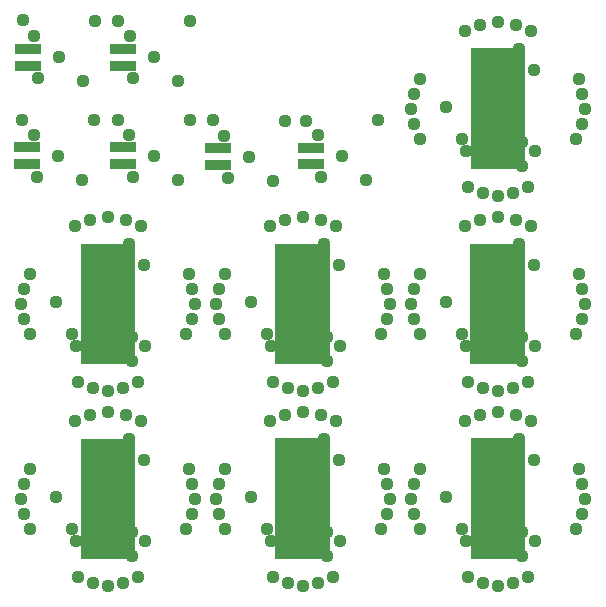
<source format=gbs>
G04 ================== begin FILE IDENTIFICATION RECORD ==================*
G04 Layout Name:  C:/Users/D/Documents/github/Disceep/allegro/disceep.brd*
G04 Film Name:    DisceepBOTTOMSolder*
G04 File Format:  Gerber RS274X*
G04 File Origin:  Cadence Allegro 16.6-P004*
G04 Origin Date:  Thu Jan 15 23:06:35 2015*
G04 *
G04 Layer:  VIA CLASS/SOLDERMASK_BOTTOM*
G04 Layer:  PIN/SOLDERMASK_BOTTOM*
G04 Layer:  PACKAGE GEOMETRY/SOLDERMASK_BOTTOM*
G04 Layer:  BOARD GEOMETRY/SOLDERMASK_BOTTOM*
G04 *
G04 Offset:    (0.00 0.00)*
G04 Mirror:    No*
G04 Mode:      Positive*
G04 Rotation:  0*
G04 FullContactRelief:  No*
G04 UndefLineWidth:     6.00*
G04 ================== end FILE IDENTIFICATION RECORD ====================*
%FSLAX25Y25*MOIN*%
%IR0*IPPOS*OFA0.00000B0.00000*MIA0B0*SFA1.00000B1.00000*%
%ADD10C,.044*%
%ADD11R,.086X.035*%
G75*
%LPD*%
G75*
G36*
G01X24100Y53100D02*
Y13100D01*
X41900D01*
Y53100D01*
X24100D01*
G37*
G36*
G01X23900Y118100D02*
Y78100D01*
X41900D01*
Y118100D01*
X23900D01*
G37*
G36*
G01X88800Y53200D02*
Y12900D01*
X107000D01*
Y53200D01*
X88800D01*
G37*
G36*
G01Y118100D02*
Y78000D01*
X107100D01*
Y118100D01*
X88800D01*
G37*
G36*
G01X153900Y53200D02*
Y13100D01*
X172100D01*
Y53200D01*
X153900D01*
G37*
G36*
G01X153700Y118100D02*
Y78000D01*
X172100D01*
Y118100D01*
X153700D01*
G37*
G36*
G01X153900Y183200D02*
Y143000D01*
X172100D01*
Y183200D01*
X153900D01*
G37*
G54D10*
X7000Y23000D03*
X5000Y28000D03*
X4000Y33000D03*
X15700Y33700D03*
X7000Y43000D03*
X5000Y38000D03*
X7000Y88000D03*
X5000Y93000D03*
X4000Y98000D03*
X7000Y108000D03*
X5000Y103000D03*
X15700Y98700D03*
X16400Y147400D03*
X9400Y140400D03*
X8200Y154400D03*
X4400Y159400D03*
X9500Y173200D03*
X4500Y192500D03*
X16500Y180200D03*
X8300Y187200D03*
X23000Y7000D03*
X28000Y5000D03*
X33000Y4000D03*
X32000Y24000D03*
X22300Y19000D03*
X21000Y23000D03*
X26000Y51000D03*
X33000Y69000D03*
X28000Y70000D03*
X23000Y72000D03*
X22000Y59000D03*
X27000Y61000D03*
X33000Y62000D03*
X22300Y84000D03*
X32000Y89000D03*
X21000Y88000D03*
X26000Y116000D03*
X33000Y127000D03*
X22000Y124000D03*
X27000Y126000D03*
X24400Y139400D03*
X36300Y159200D03*
X24500Y172200D03*
X28400Y159400D03*
X36400Y192400D03*
X28500Y192200D03*
X41000Y14000D03*
X43000Y7000D03*
X38000Y5000D03*
X41000Y22000D03*
X45396Y19000D03*
X40000Y53000D03*
X45000Y46000D03*
X38000Y70000D03*
X43000Y72000D03*
X44000Y59000D03*
X39000Y61000D03*
X41000Y79000D03*
Y87000D03*
X45396Y84000D03*
X45000Y111000D03*
X40000Y118000D03*
X39000Y126000D03*
X44000Y124000D03*
X48300Y147400D03*
X56300Y139400D03*
X41300Y140400D03*
X40100Y154400D03*
X41400Y173200D03*
X56400Y172200D03*
X48400Y180200D03*
X40200Y187200D03*
X59000Y23000D03*
X61000Y28000D03*
X62000Y33000D03*
X69000D03*
X72000Y23000D03*
X70000Y28000D03*
X60000Y43000D03*
X61000Y38000D03*
X72000Y43000D03*
X70000Y38000D03*
X72000Y88000D03*
X70000Y93000D03*
X61000D03*
X59000Y88000D03*
X69000Y98000D03*
X72000Y108000D03*
X70000Y103000D03*
X62000Y98000D03*
X61000Y103000D03*
X60000Y108000D03*
X72900Y140100D03*
X71700Y154100D03*
X67900Y159400D03*
X60300D03*
X60400Y192200D03*
X93000Y5000D03*
X88000Y7000D03*
X87300Y19000D03*
X97000Y24000D03*
X80700Y33700D03*
X86000Y23000D03*
X91000Y51000D03*
X93000Y70000D03*
X88000Y72000D03*
X87000Y59000D03*
X92000Y61000D03*
X87300Y84000D03*
X97000Y89000D03*
X86000Y88000D03*
X91000Y116000D03*
X80700Y98700D03*
X87000Y124000D03*
X92000Y126000D03*
X79900Y147100D03*
X87900Y139100D03*
X91900Y159100D03*
X106000Y14000D03*
X98000Y4000D03*
X103000Y5000D03*
X108000Y7000D03*
X106000Y22000D03*
X110396Y19000D03*
X105000Y53000D03*
X110000Y46000D03*
X98000Y69000D03*
X103000Y70000D03*
X108000Y72000D03*
X98000Y62000D03*
X104000Y61000D03*
X109000Y59000D03*
X106000Y79000D03*
Y87000D03*
X110396Y84000D03*
X110000Y111000D03*
X105000Y118000D03*
X109000Y124000D03*
X98000Y127000D03*
X104000Y126000D03*
X111100Y147300D03*
X104100Y140300D03*
X102900Y154300D03*
X99100Y159100D03*
X134000Y33000D03*
X137000Y23000D03*
X135000Y28000D03*
X126000D03*
X124000Y23000D03*
X127000Y33000D03*
X137000Y43000D03*
X135000Y38000D03*
X126000D03*
X125000Y43000D03*
X137000Y88000D03*
X135000Y93000D03*
X126000D03*
X124000Y88000D03*
X134000Y98000D03*
X137000Y108000D03*
X135000Y103000D03*
X127000Y98000D03*
X126000Y103000D03*
X125000Y108000D03*
X119100Y139300D03*
X137000Y153000D03*
X135000Y168000D03*
X137000Y173000D03*
X135000Y158000D03*
X134000Y163000D03*
X123100Y159300D03*
X153000Y7000D03*
X152300Y19000D03*
X151000Y23000D03*
X145700Y33700D03*
X156000Y51000D03*
X153000Y72000D03*
X152000Y59000D03*
X157000Y61000D03*
X152300Y84000D03*
X151000Y88000D03*
X156000Y116000D03*
X145700Y98700D03*
X152000Y124000D03*
X157000Y126000D03*
X153000Y137000D03*
X152300Y149000D03*
X151000Y153000D03*
X145700Y163700D03*
X156000Y181000D03*
X157000Y191000D03*
X152000Y189000D03*
X171000Y14000D03*
X163000Y4000D03*
X158000Y5000D03*
X168000D03*
X173000Y7000D03*
X162000Y24000D03*
X171000Y22000D03*
X175396Y19000D03*
X170000Y53000D03*
X175000Y46000D03*
X163000Y69000D03*
X158000Y70000D03*
X168000D03*
X173000Y72000D03*
X163000Y62000D03*
X169000Y61000D03*
X174000Y59000D03*
X162000Y89000D03*
X171000Y79000D03*
Y87000D03*
X175396Y84000D03*
X175000Y111000D03*
X170000Y118000D03*
X174000Y124000D03*
X163000Y127000D03*
X169000Y126000D03*
X173000Y137000D03*
X168000Y135000D03*
X158000D03*
X163000Y134000D03*
X162000Y154000D03*
X171000Y144000D03*
Y152000D03*
X175396Y149000D03*
X175000Y176000D03*
X170000Y183000D03*
X163000Y192000D03*
X174000Y189000D03*
X169000Y191000D03*
X191000Y28000D03*
X189000Y23000D03*
X192000Y33000D03*
X191000Y38000D03*
X190000Y43000D03*
X191000Y93000D03*
X189000Y88000D03*
X192000Y98000D03*
X191000Y103000D03*
X190000Y108000D03*
X189000Y153000D03*
X190000Y173000D03*
X191000Y168000D03*
X192000Y163000D03*
X191000Y158000D03*
G54D11*
X6100Y144600D03*
Y150200D03*
X6200Y177400D03*
Y183000D03*
X38000Y144600D03*
Y150200D03*
X38100Y177400D03*
Y183000D03*
X69600Y144300D03*
Y149900D03*
X100800Y144500D03*
Y150100D03*
M02*

</source>
